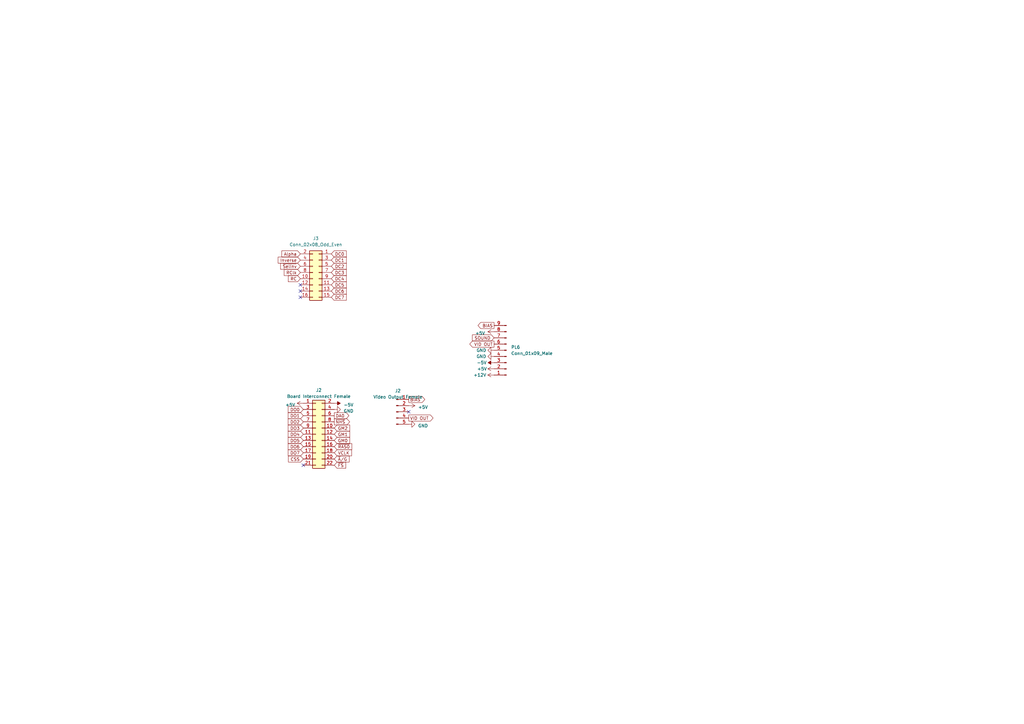
<source format=kicad_sch>
(kicad_sch (version 20230121) (generator eeschema)
  (paper "A3")
  (title_block (title "Dragon 32 CPU UK PAL") (date "2023-05-25") (rev "3.0") (company "Dragon Data") (comment 1 "Modified by Julian Brown") (comment 2 "SAMx4 by Ciaran Anscomb"))
  (lib_symbols
    (symbol "Connector:Conn_01x05_Pin" (pin_names (offset 1.016) hide)
      (property "Reference" "J" (at 0 7.62 0))
      (property "Value" "Conn_01x05_Pin" (at 0 -7.62 0))
      (symbol "Conn_01x05_Pin_1_1"
        (polyline (pts (xy 1.27 -5.08) (xy 0.8636 -5.08)) (stroke (width 0.1524)))
        (polyline (pts (xy 1.27 -2.54) (xy 0.8636 -2.54)) (stroke (width 0.1524)))
        (polyline (pts (xy 1.27 0) (xy 0.8636 0)) (stroke (width 0.1524)))
        (polyline (pts (xy 1.27 2.54) (xy 0.8636 2.54)) (stroke (width 0.1524)))
        (polyline (pts (xy 1.27 5.08) (xy 0.8636 5.08)) (stroke (width 0.1524)))
        (rectangle (start 0.8636 -4.953) (end 0 -5.207) (stroke (width 0.1524)) (fill (type outline)))
        (rectangle (start 0.8636 -2.413) (end 0 -2.667) (stroke (width 0.1524)) (fill (type outline)))
        (rectangle (start 0.8636 0.127) (end 0 -0.127) (stroke (width 0.1524)) (fill (type outline)))
        (rectangle (start 0.8636 2.667) (end 0 2.413) (stroke (width 0.1524)) (fill (type outline)))
        (rectangle (start 0.8636 5.207) (end 0 4.953) (stroke (width 0.1524)) (fill (type outline)))
        (pin passive line (at 5.08 5.08 180) (length 3.81) (name "Pin_1") (number "1"))
        (pin passive line (at 5.08 2.54 180) (length 3.81) (name "Pin_2") (number "2"))
        (pin passive line (at 5.08 0 180) (length 3.81) (name "Pin_3") (number "3"))
        (pin passive line (at 5.08 -2.54 180) (length 3.81) (name "Pin_4") (number "4"))
        (pin passive line (at 5.08 -5.08 180) (length 3.81) (name "Pin_5") (number "5"))
      )
    )
    (symbol "Connector:Conn_01x09_Male" (pin_names (offset 1.016) hide)
      (property "Reference" "J" (at 0 12.7 0))
      (property "Value" "Conn_01x09_Male" (at 0 -12.7 0))
      (symbol "Conn_01x09_Male_1_1"
        (polyline (pts (xy 1.27 -10.16) (xy 0.8636 -10.16)) (stroke (width 0.1524)))
        (polyline (pts (xy 1.27 -7.62) (xy 0.8636 -7.62)) (stroke (width 0.1524)))
        (polyline (pts (xy 1.27 -5.08) (xy 0.8636 -5.08)) (stroke (width 0.1524)))
        (polyline (pts (xy 1.27 -2.54) (xy 0.8636 -2.54)) (stroke (width 0.1524)))
        (polyline (pts (xy 1.27 0) (xy 0.8636 0)) (stroke (width 0.1524)))
        (polyline (pts (xy 1.27 2.54) (xy 0.8636 2.54)) (stroke (width 0.1524)))
        (polyline (pts (xy 1.27 5.08) (xy 0.8636 5.08)) (stroke (width 0.1524)))
        (polyline (pts (xy 1.27 7.62) (xy 0.8636 7.62)) (stroke (width 0.1524)))
        (polyline (pts (xy 1.27 10.16) (xy 0.8636 10.16)) (stroke (width 0.1524)))
        (rectangle (start 0.8636 -10.033) (end 0 -10.287) (stroke (width 0.1524)) (fill (type outline)))
        (rectangle (start 0.8636 -7.493) (end 0 -7.747) (stroke (width 0.1524)) (fill (type outline)))
        (rectangle (start 0.8636 -4.953) (end 0 -5.207) (stroke (width 0.1524)) (fill (type outline)))
        (rectangle (start 0.8636 -2.413) (end 0 -2.667) (stroke (width 0.1524)) (fill (type outline)))
        (rectangle (start 0.8636 0.127) (end 0 -0.127) (stroke (width 0.1524)) (fill (type outline)))
        (rectangle (start 0.8636 2.667) (end 0 2.413) (stroke (width 0.1524)) (fill (type outline)))
        (rectangle (start 0.8636 5.207) (end 0 4.953) (stroke (width 0.1524)) (fill (type outline)))
        (rectangle (start 0.8636 7.747) (end 0 7.493) (stroke (width 0.1524)) (fill (type outline)))
        (rectangle (start 0.8636 10.287) (end 0 10.033) (stroke (width 0.1524)) (fill (type outline)))
        (pin passive line (at 5.08 10.16 180) (length 3.81) (name "Pin_1") (number "1"))
        (pin passive line (at 5.08 7.62 180) (length 3.81) (name "Pin_2") (number "2"))
        (pin passive line (at 5.08 5.08 180) (length 3.81) (name "Pin_3") (number "3"))
        (pin passive line (at 5.08 2.54 180) (length 3.81) (name "Pin_4") (number "4"))
        (pin passive line (at 5.08 0 180) (length 3.81) (name "Pin_5") (number "5"))
        (pin passive line (at 5.08 -2.54 180) (length 3.81) (name "Pin_6") (number "6"))
        (pin passive line (at 5.08 -5.08 180) (length 3.81) (name "Pin_7") (number "7"))
        (pin passive line (at 5.08 -7.62 180) (length 3.81) (name "Pin_8") (number "8"))
        (pin passive line (at 5.08 -10.16 180) (length 3.81) (name "Pin_9") (number "9"))
      )
    )
    (symbol "Connector_Generic:Conn_02x08_Odd_Even" (pin_names (offset 1.016) hide)
      (property "Reference" "J" (at 1.27 10.16 0))
      (property "Value" "Conn_02x08_Odd_Even" (at 1.27 -12.7 0))
      (symbol "Conn_02x08_Odd_Even_1_1"
        (rectangle (start -1.27 -10.033) (end 0 -10.287) (stroke (width 0.1524)))
        (rectangle (start -1.27 -7.493) (end 0 -7.747) (stroke (width 0.1524)))
        (rectangle (start -1.27 -4.953) (end 0 -5.207) (stroke (width 0.1524)))
        (rectangle (start -1.27 -2.413) (end 0 -2.667) (stroke (width 0.1524)))
        (rectangle (start -1.27 0.127) (end 0 -0.127) (stroke (width 0.1524)))
        (rectangle (start -1.27 2.667) (end 0 2.413) (stroke (width 0.1524)))
        (rectangle (start -1.27 5.207) (end 0 4.953) (stroke (width 0.1524)))
        (rectangle (start -1.27 7.747) (end 0 7.493) (stroke (width 0.1524)))
        (rectangle (start -1.27 8.89) (end 3.81 -11.43) (stroke (width 0.254)) (fill (type background)))
        (rectangle (start 3.81 -10.033) (end 2.54 -10.287) (stroke (width 0.1524)))
        (rectangle (start 3.81 -7.493) (end 2.54 -7.747) (stroke (width 0.1524)))
        (rectangle (start 3.81 -4.953) (end 2.54 -5.207) (stroke (width 0.1524)))
        (rectangle (start 3.81 -2.413) (end 2.54 -2.667) (stroke (width 0.1524)))
        (rectangle (start 3.81 0.127) (end 2.54 -0.127) (stroke (width 0.1524)))
        (rectangle (start 3.81 2.667) (end 2.54 2.413) (stroke (width 0.1524)))
        (rectangle (start 3.81 5.207) (end 2.54 4.953) (stroke (width 0.1524)))
        (rectangle (start 3.81 7.747) (end 2.54 7.493) (stroke (width 0.1524)))
        (pin passive line (at -5.08 7.62 0) (length 3.81) (name "Pin_1") (number "1"))
        (pin passive line (at 7.62 -2.54 180) (length 3.81) (name "Pin_10") (number "10"))
        (pin passive line (at -5.08 -5.08 0) (length 3.81) (name "Pin_11") (number "11"))
        (pin passive line (at 7.62 -5.08 180) (length 3.81) (name "Pin_12") (number "12"))
        (pin passive line (at -5.08 -7.62 0) (length 3.81) (name "Pin_13") (number "13"))
        (pin passive line (at 7.62 -7.62 180) (length 3.81) (name "Pin_14") (number "14"))
        (pin passive line (at -5.08 -10.16 0) (length 3.81) (name "Pin_15") (number "15"))
        (pin passive line (at 7.62 -10.16 180) (length 3.81) (name "Pin_16") (number "16"))
        (pin passive line (at 7.62 7.62 180) (length 3.81) (name "Pin_2") (number "2"))
        (pin passive line (at -5.08 5.08 0) (length 3.81) (name "Pin_3") (number "3"))
        (pin passive line (at 7.62 5.08 180) (length 3.81) (name "Pin_4") (number "4"))
        (pin passive line (at -5.08 2.54 0) (length 3.81) (name "Pin_5") (number "5"))
        (pin passive line (at 7.62 2.54 180) (length 3.81) (name "Pin_6") (number "6"))
        (pin passive line (at -5.08 0 0) (length 3.81) (name "Pin_7") (number "7"))
        (pin passive line (at 7.62 0 180) (length 3.81) (name "Pin_8") (number "8"))
        (pin passive line (at -5.08 -2.54 0) (length 3.81) (name "Pin_9") (number "9"))
      )
    )
    (symbol "Connector_Generic:Conn_02x11_Odd_Even" (pin_names (offset 1.016) hide)
      (property "Reference" "J" (at 1.27 15.24 0))
      (property "Value" "Conn_02x11_Odd_Even" (at 1.27 -15.24 0))
      (symbol "Conn_02x11_Odd_Even_1_1"
        (rectangle (start -1.27 -12.573) (end 0 -12.827) (stroke (width 0.1524)))
        (rectangle (start -1.27 -10.033) (end 0 -10.287) (stroke (width 0.1524)))
        (rectangle (start -1.27 -7.493) (end 0 -7.747) (stroke (width 0.1524)))
        (rectangle (start -1.27 -4.953) (end 0 -5.207) (stroke (width 0.1524)))
        (rectangle (start -1.27 -2.413) (end 0 -2.667) (stroke (width 0.1524)))
        (rectangle (start -1.27 0.127) (end 0 -0.127) (stroke (width 0.1524)))
        (rectangle (start -1.27 2.667) (end 0 2.413) (stroke (width 0.1524)))
        (rectangle (start -1.27 5.207) (end 0 4.953) (stroke (width 0.1524)))
        (rectangle (start -1.27 7.747) (end 0 7.493) (stroke (width 0.1524)))
        (rectangle (start -1.27 10.287) (end 0 10.033) (stroke (width 0.1524)))
        (rectangle (start -1.27 12.827) (end 0 12.573) (stroke (width 0.1524)))
        (rectangle (start -1.27 13.97) (end 3.81 -13.97) (stroke (width 0.254)) (fill (type background)))
        (rectangle (start 3.81 -12.573) (end 2.54 -12.827) (stroke (width 0.1524)))
        (rectangle (start 3.81 -10.033) (end 2.54 -10.287) (stroke (width 0.1524)))
        (rectangle (start 3.81 -7.493) (end 2.54 -7.747) (stroke (width 0.1524)))
        (rectangle (start 3.81 -4.953) (end 2.54 -5.207) (stroke (width 0.1524)))
        (rectangle (start 3.81 -2.413) (end 2.54 -2.667) (stroke (width 0.1524)))
        (rectangle (start 3.81 0.127) (end 2.54 -0.127) (stroke (width 0.1524)))
        (rectangle (start 3.81 2.667) (end 2.54 2.413) (stroke (width 0.1524)))
        (rectangle (start 3.81 5.207) (end 2.54 4.953) (stroke (width 0.1524)))
        (rectangle (start 3.81 7.747) (end 2.54 7.493) (stroke (width 0.1524)))
        (rectangle (start 3.81 10.287) (end 2.54 10.033) (stroke (width 0.1524)))
        (rectangle (start 3.81 12.827) (end 2.54 12.573) (stroke (width 0.1524)))
        (pin passive line (at -5.08 12.7 0) (length 3.81) (name "Pin_1") (number "1"))
        (pin passive line (at 7.62 2.54 180) (length 3.81) (name "Pin_10") (number "10"))
        (pin passive line (at -5.08 0 0) (length 3.81) (name "Pin_11") (number "11"))
        (pin passive line (at 7.62 0 180) (length 3.81) (name "Pin_12") (number "12"))
        (pin passive line (at -5.08 -2.54 0) (length 3.81) (name "Pin_13") (number "13"))
        (pin passive line (at 7.62 -2.54 180) (length 3.81) (name "Pin_14") (number "14"))
        (pin passive line (at -5.08 -5.08 0) (length 3.81) (name "Pin_15") (number "15"))
        (pin passive line (at 7.62 -5.08 180) (length 3.81) (name "Pin_16") (number "16"))
        (pin passive line (at -5.08 -7.62 0) (length 3.81) (name "Pin_17") (number "17"))
        (pin passive line (at 7.62 -7.62 180) (length 3.81) (name "Pin_18") (number "18"))
        (pin passive line (at -5.08 -10.16 0) (length 3.81) (name "Pin_19") (number "19"))
        (pin passive line (at 7.62 12.7 180) (length 3.81) (name "Pin_2") (number "2"))
        (pin passive line (at 7.62 -10.16 180) (length 3.81) (name "Pin_20") (number "20"))
        (pin passive line (at -5.08 -12.7 0) (length 3.81) (name "Pin_21") (number "21"))
        (pin passive line (at 7.62 -12.7 180) (length 3.81) (name "Pin_22") (number "22"))
        (pin passive line (at -5.08 10.16 0) (length 3.81) (name "Pin_3") (number "3"))
        (pin passive line (at 7.62 10.16 180) (length 3.81) (name "Pin_4") (number "4"))
        (pin passive line (at -5.08 7.62 0) (length 3.81) (name "Pin_5") (number "5"))
        (pin passive line (at 7.62 7.62 180) (length 3.81) (name "Pin_6") (number "6"))
        (pin passive line (at -5.08 5.08 0) (length 3.81) (name "Pin_7") (number "7"))
        (pin passive line (at 7.62 5.08 180) (length 3.81) (name "Pin_8") (number "8"))
        (pin passive line (at -5.08 2.54 0) (length 3.81) (name "Pin_9") (number "9"))
      )
    )
    (symbol "power:+12V" (power) (pin_names (offset 0))
      (property "Value" "+12V" (at 0 3.556 0))
      (symbol "+12V_0_1"
        (polyline (pts (xy -0.762 1.27) (xy 0 2.54)))
        (polyline (pts (xy 0 0) (xy 0 2.54)))
        (polyline (pts (xy 0 2.54) (xy 0.762 1.27)))
      )
      (symbol "+12V_1_1"
        (pin power_in line (at 0 0 90) (length 0) hide (name "+12V") (number "1"))
      )
    )
    (symbol "power:+5V" (power) (pin_names (offset 0))
      (property "Value" "+5V" (at 0 3.556 0))
      (symbol "+5V_0_1"
        (polyline (pts (xy -0.762 1.27) (xy 0 2.54)))
        (polyline (pts (xy 0 0) (xy 0 2.54)))
        (polyline (pts (xy 0 2.54) (xy 0.762 1.27)))
      )
      (symbol "+5V_1_1"
        (pin power_in line (at 0 0 90) (length 0) hide (name "+5V") (number "1"))
      )
    )
    (symbol "power:-5V" (power) (pin_names (offset 0))
      (property "Value" "-5V" (at 0 3.81 0))
      (symbol "-5V_0_0"
        (pin power_in line (at 0 0 90) (length 0) hide (name "-5V") (number "1"))
      )
      (symbol "-5V_0_1"
        (polyline (pts (xy 0 0) (xy 0 1.27) (xy 0.762 1.27) (xy 0 2.54) (xy -0.762 1.27) (xy 0 1.27)) (fill (type outline)))
      )
    )
    (symbol "power:GND" (power) (pin_names (offset 0))
      (property "Value" "GND" (at 0 -3.81 0))
      (symbol "GND_0_1"
        (polyline (pts (xy 0 0) (xy 0 -1.27) (xy 1.27 -1.27) (xy 0 -2.54) (xy -1.27 -1.27) (xy 0 -1.27)))
      )
      (symbol "GND_1_1"
        (pin power_in line (at 0 0 270) (length 0) hide (name "GND") (number "1"))
      )
    )
  )
  (no_connect (at 167.64 168.91))
  (no_connect (at 123.19 116.84))
  (no_connect (at 123.19 121.92))
  (no_connect (at 123.19 119.38))
  (no_connect (at 124.4092 190.8048))
  (global_label "DO5" (shape input) (at 124.4092 180.6448 180) (property "Intersheetrefs" "${INTERSHEET_REFS}" (effects hide)))
  (global_label "VID OUT" (shape output) (at 202.6412 141.1224 180) (property "Intersheetrefs" "${INTERSHEET_REFS}" (effects hide)))
  (global_label "BIAS" (shape output) (at 167.64 163.83 0) (property "Intersheetrefs" "${INTERSHEET_REFS}" (effects hide)))
  (global_label "GM1" (shape input) (at 137.1092 178.1048 0) (property "Intersheetrefs" "${INTERSHEET_REFS}" (effects hide)))
  (global_label "SOUND" (shape input) (at 202.6412 138.5824 180) (property "Intersheetrefs" "${INTERSHEET_REFS}" (effects hide)))
  (global_label "DC3" (shape input) (at 135.89 111.76 0) (property "Intersheetrefs" "${INTERSHEET_REFS}" (effects hide)))
  (global_label "DC2" (shape input) (at 135.89 109.22 0) (property "Intersheetrefs" "${INTERSHEET_REFS}" (effects hide)))
  (global_label "DC7" (shape input) (at 135.89 121.92 0) (property "Intersheetrefs" "${INTERSHEET_REFS}" (effects hide)))
  (global_label "DC5" (shape input) (at 135.89 116.84 0) (property "Intersheetrefs" "${INTERSHEET_REFS}" (effects hide)))
  (global_label "GM2" (shape input) (at 137.1092 175.5648 0) (property "Intersheetrefs" "${INTERSHEET_REFS}" (effects hide)))
  (global_label "~{SelInv}" (shape input) (at 123.19 109.22 180) (property "Intersheetrefs" "${INTERSHEET_REFS}" (effects hide)))
  (global_label "~{A}{slash}G" (shape input) (at 137.1092 188.2648 0) (property "Intersheetrefs" "${INTERSHEET_REFS}" (effects hide)))
  (global_label "DC6" (shape input) (at 135.89 119.38 0) (property "Intersheetrefs" "${INTERSHEET_REFS}" (effects hide)))
  (global_label "CSS" (shape input) (at 124.4092 188.2648 180) (property "Intersheetrefs" "${INTERSHEET_REFS}" (effects hide)))
  (global_label "~{FS}" (shape input) (at 137.1092 190.8048 0) (property "Intersheetrefs" "${INTERSHEET_REFS}" (effects hide)))
  (global_label "RClk" (shape input) (at 123.19 111.76 180) (property "Intersheetrefs" "${INTERSHEET_REFS}" (effects hide)))
  (global_label "DC0" (shape input) (at 135.89 104.14 0) (property "Intersheetrefs" "${INTERSHEET_REFS}" (effects hide)))
  (global_label "GM0" (shape input) (at 137.1092 180.6448 0) (property "Intersheetrefs" "${INTERSHEET_REFS}" (effects hide)))
  (global_label "DO2" (shape input) (at 124.4092 173.0248 180) (property "Intersheetrefs" "${INTERSHEET_REFS}" (effects hide)))
  (global_label "VCLK" (shape input) (at 137.1092 185.7248 0) (property "Intersheetrefs" "${INTERSHEET_REFS}" (effects hide)))
  (global_label "DO4" (shape input) (at 124.4092 178.1048 180) (property "Intersheetrefs" "${INTERSHEET_REFS}" (effects hide)))
  (global_label "RC" (shape input) (at 123.19 114.3 180) (property "Intersheetrefs" "${INTERSHEET_REFS}" (effects hide)))
  (global_label "VID OUT" (shape output) (at 167.64 171.45 0) (property "Intersheetrefs" "${INTERSHEET_REFS}" (effects hide)))
  (global_label "DO7" (shape input) (at 124.4092 185.7248 180) (property "Intersheetrefs" "${INTERSHEET_REFS}" (effects hide)))
  (global_label "DO3" (shape input) (at 124.4092 175.5648 180) (property "Intersheetrefs" "${INTERSHEET_REFS}" (effects hide)))
  (global_label "DA0" (shape output) (at 137.1092 170.4848 0) (property "Intersheetrefs" "${INTERSHEET_REFS}" (effects hide)))
  (global_label "DC1" (shape input) (at 135.89 106.68 0) (property "Intersheetrefs" "${INTERSHEET_REFS}" (effects hide)))
  (global_label "DC4" (shape input) (at 135.89 114.3 0) (property "Intersheetrefs" "${INTERSHEET_REFS}" (effects hide)))
  (global_label "~{RAS0}" (shape input) (at 137.1092 183.1848 0) (property "Intersheetrefs" "${INTERSHEET_REFS}" (effects hide)))
  (global_label "DO6" (shape input) (at 124.4092 183.1848 180) (property "Intersheetrefs" "${INTERSHEET_REFS}" (effects hide)))
  (global_label "DO1" (shape input) (at 124.4092 170.4848 180) (property "Intersheetrefs" "${INTERSHEET_REFS}" (effects hide)))
  (global_label "Inverse" (shape input) (at 123.19 106.68 180) (property "Intersheetrefs" "${INTERSHEET_REFS}" (effects hide)))
  (global_label "Alpha" (shape input) (at 123.19 104.14 180) (property "Intersheetrefs" "${INTERSHEET_REFS}" (effects hide)))
  (global_label "BIAS" (shape output) (at 202.6412 133.5024 180) (property "Intersheetrefs" "${INTERSHEET_REFS}" (effects hide)))
  (global_label "DO0" (shape input) (at 124.4092 167.9448 180) (property "Intersheetrefs" "${INTERSHEET_REFS}" (effects hide)))
  (global_label "~{NHS}" (shape output) (at 137.1092 173.0248 0) (property "Intersheetrefs" "${INTERSHEET_REFS}" (effects hide)))
  (symbol (lib_id "power:GND") (at 202.6412 146.2024 270) (unit 1)
    (property "Reference" "#PWR019" (effects hide))
    (property "Value" "GND" (at 199.4662 146.2023 90) (effects (justify right)))
  )
  (symbol (lib_id "power:+5V") (at 124.4092 165.4048 90) (unit 1)
    (property "Reference" "#PWR062" (effects hide))
    (property "Value" "+5V" (at 121.1072 166.0398 90) (effects (justify left)))
    (instances (project "Dragon32" (path "" (reference "#PWR062") (unit 1)) (path "" (reference "#PWR04") (unit 1))) (project "DragonNTSC" (path "" (reference "#PWR01") (unit 1))))
  )
  (symbol (lib_id "Connector_Generic:Conn_02x11_Odd_Even") (at 129.4892 178.1048 0) (unit 1)
    (property "Reference" "J2" (at 130.7592 160.02 0))
    (property "Value" "Board Interconnect Female" (at 130.7592 162.56 0))
    (property "Footprint" "Connector_PinSocket_2.54mm:PinSocket_2x11_P2.54mm_Vertical" (effects hide))
  )
  (symbol (lib_id "power:+5V") (at 202.6412 151.2824 90) (unit 1)
    (property "Reference" "#PWR0281" (effects hide))
    (property "Value" "+5V" (at 195.6562 151.2824 90) (effects (justify right)))
  )
  (symbol (lib_id "power:+5V") (at 202.6412 136.0424 90) (unit 1)
    (property "Reference" "#PWR052" (effects hide))
    (property "Value" "+5V" (at 198.9836 136.6774 90) (effects (justify left)))
    (instances (project "Dragon32" (path "" (reference "#PWR052") (unit 1)) (path "" (reference "#PWR07") (unit 1))) (project "DragonNTSC" (path "" (reference "#PWR02") (unit 1))))
  )
  (symbol (lib_id "power:GND") (at 137.1092 167.9448 90) (unit 1)
    (property "Reference" "#PWR063" (effects hide))
    (property "Value" "GND" (at 140.9192 168.5798 90) (effects (justify right)))
    (instances (project "Dragon32" (path "" (reference "#PWR063") (unit 1)) (path "" (reference "#PWR010") (unit 1))) (project "DragonNTSC" (path "" (reference "#PWR05") (unit 1))))
  )
  (symbol (lib_id "power:-5V") (at 202.6412 148.7424 90) (unit 1)
    (property "Reference" "#PWR0282" (effects hide))
    (property "Value" "-5V" (at 195.5292 148.7424 90) (effects (justify right)))
  )
  (symbol (lib_id "power:GND") (at 202.6412 143.6624 270) (unit 1)
    (property "Reference" "#PWR018" (effects hide))
    (property "Value" "GND" (at 199.4662 143.6623 90) (effects (justify right)))
  )
  (symbol (lib_id "Connector:Conn_01x09_Male") (at 207.7212 143.6624 180) (unit 1)
    (property "Reference" "PL6" (at 209.6262 142.3923 0) (effects (justify right)))
    (property "Value" "Conn_01x09_Male" (at 209.6262 144.9323 0) (effects (justify right)))
    (property "Footprint" "Connector_Molex:Molex_KK-396_A-41791-0009_1x09_P3.96mm_Vertical" (effects hide))
    (property "Datasheet" "https://app.adam-tech.com/products/download/data_sheet/241222/lhd-xx-ts-data-sheet.pdf" (effects hide))
    (property "DigiKey" "2057-LHD-09-TS-ND" (effects hide))
    (property "Toby" "WH396-09S-010" (effects hide))
  )
  (symbol (lib_id "Connector:Conn_01x05_Pin") (at 162.56 168.91 0) (unit 1)
    (property "Reference" "J2" (at 163.195 160.274 0))
    (property "Value" "Video Output Female" (at 163.195 162.814 0))
    (property "Footprint" "Connector_PinSocket_2.54mm:PinSocket_1x05_P2.54mm_Vertical" (effects hide))
    (instances (project "Dragon32" (path "" (reference "J2") (unit 1)) (path "" (reference "J1") (unit 1))) (project "DragonNTSC" (path "" (reference "J1") (unit 1))))
  )
  (symbol (lib_id "power:-5V") (at 137.1092 165.4048 270) (unit 1)
    (property "Reference" "#PWR064" (effects hide))
    (property "Value" "-5V" (at 140.9192 166.0398 90) (effects (justify left)))
    (instances (project "Dragon32" (path "" (reference "#PWR064") (unit 1)) (path "" (reference "#PWR06") (unit 1))) (project "DragonNTSC" (path "" (reference "#PWR04") (unit 1))))
  )
  (symbol (lib_id "Connector_Generic:Conn_02x08_Odd_Even") (at 130.81 111.76 0) (mirror y) (unit 1)
    (property "Reference" "J3" (at 129.54 97.79 0))
    (property "Value" "Conn_02x08_Odd_Even" (at 129.54 100.33 0))
    (property "Footprint" "Connector_PinSocket_2.54mm:PinSocket_2x08_P2.54mm_Vertical" (effects hide))
  )
  (symbol (lib_id "power:GND") (at 167.64 173.99 90) (unit 1)
    (property "Reference" "#PWR053" (effects hide))
    (property "Value" "GND" (at 171.45 174.625 90) (effects (justify right)))
    (instances (project "Dragon32" (path "" (reference "#PWR053") (unit 1)) (path "" (reference "#PWR050") (unit 1))) (project "DragonNTSC" (path "" (reference "#PWR03") (unit 1))))
  )
  (symbol (lib_id "power:+12V") (at 202.6412 153.8224 90) (unit 1)
    (property "Reference" "#PWR022" (effects hide))
    (property "Value" "+12V" (at 199.4662 153.8223 90) (effects (justify left)))
  )
  (symbol (lib_id "power:+5V") (at 167.64 166.37 270) (unit 1)
    (property "Reference" "#PWR052" (effects hide))
    (property "Value" "+5V" (at 171.45 167.005 90) (effects (justify left)))
    (instances (project "Dragon32" (path "" (reference "#PWR052") (unit 1)) (path "" (reference "#PWR049") (unit 1))) (project "DragonNTSC" (path "" (reference "#PWR02") (unit 1))))
  )
)
</source>
